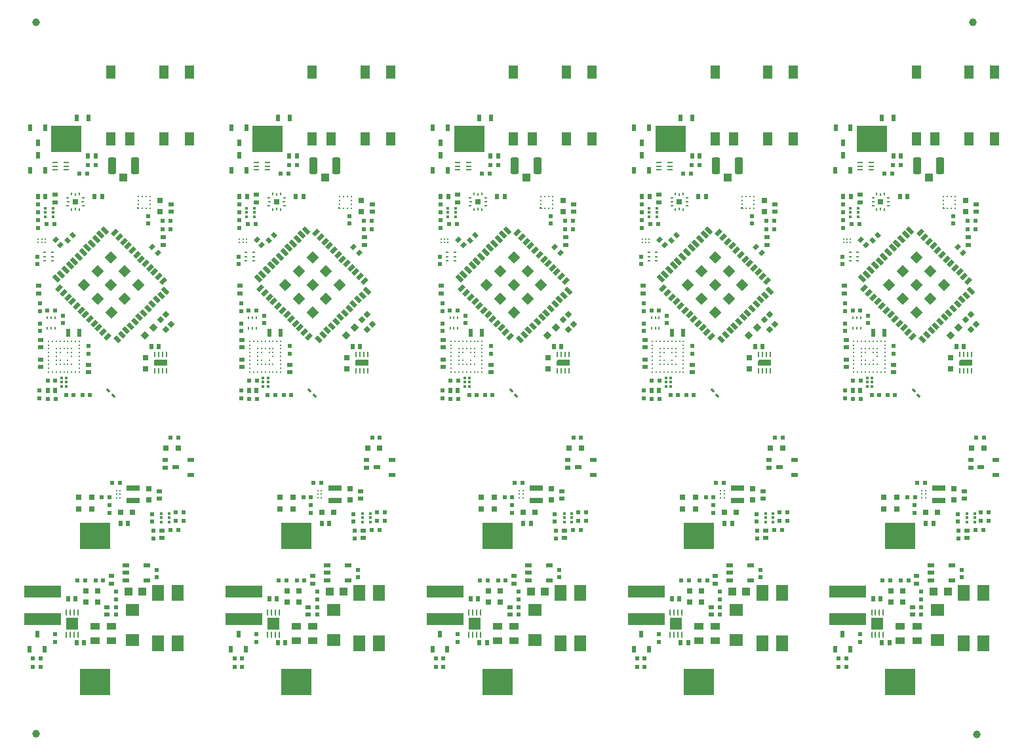
<source format=gbp>
G04*
G04 #@! TF.GenerationSoftware,Altium Limited,Altium Designer,20.0.13 (296)*
G04*
G04 Layer_Color=128*
%FSAX25Y25*%
%MOIN*%
G70*
G01*
G75*
%ADD10C,0.03937*%
%ADD26C,0.00787*%
G04:AMPARAMS|DCode=28|XSize=41.34mil|YSize=86.61mil|CornerRadius=10.34mil|HoleSize=0mil|Usage=FLASHONLY|Rotation=0.000|XOffset=0mil|YOffset=0mil|HoleType=Round|Shape=RoundedRectangle|*
%AMROUNDEDRECTD28*
21,1,0.04134,0.06594,0,0,0.0*
21,1,0.02067,0.08661,0,0,0.0*
1,1,0.02067,0.01034,-0.03297*
1,1,0.02067,-0.01034,-0.03297*
1,1,0.02067,-0.01034,0.03297*
1,1,0.02067,0.01034,0.03297*
%
%ADD28ROUNDEDRECTD28*%
%ADD29R,0.03937X0.03937*%
%ADD30R,0.02362X0.03543*%
G04:AMPARAMS|DCode=31|XSize=24.41mil|YSize=22.44mil|CornerRadius=0mil|HoleSize=0mil|Usage=FLASHONLY|Rotation=315.000|XOffset=0mil|YOffset=0mil|HoleType=Round|Shape=Rectangle|*
%AMROTATEDRECTD31*
4,1,4,-0.01656,0.00070,-0.00070,0.01656,0.01656,-0.00070,0.00070,-0.01656,-0.01656,0.00070,0.0*
%
%ADD31ROTATEDRECTD31*%

%ADD32R,0.01968X0.02362*%
%ADD33R,0.15748X0.13780*%
G04:AMPARAMS|DCode=35|XSize=9.84mil|YSize=33.47mil|CornerRadius=2.46mil|HoleSize=0mil|Usage=FLASHONLY|Rotation=180.000|XOffset=0mil|YOffset=0mil|HoleType=Round|Shape=RoundedRectangle|*
%AMROUNDEDRECTD35*
21,1,0.00984,0.02854,0,0,180.0*
21,1,0.00492,0.03347,0,0,180.0*
1,1,0.00492,-0.00246,0.01427*
1,1,0.00492,0.00246,0.01427*
1,1,0.00492,0.00246,-0.01427*
1,1,0.00492,-0.00246,-0.01427*
%
%ADD35ROUNDEDRECTD35*%
%ADD36R,0.02362X0.02520*%
%ADD37R,0.01181X0.01181*%
%ADD39R,0.03150X0.03150*%
%ADD40R,0.02520X0.02362*%
%ADD41R,0.05118X0.07087*%
%ADD42R,0.05118X0.03543*%
%ADD43R,0.06614X0.05984*%
%ADD44R,0.02362X0.01968*%
%ADD45R,0.03150X0.03150*%
%ADD46R,0.06102X0.08268*%
%ADD47R,0.03740X0.01890*%
%ADD48P,0.04454X4X270.0*%
G04:AMPARAMS|DCode=53|XSize=25.2mil|YSize=23.62mil|CornerRadius=0mil|HoleSize=0mil|Usage=FLASHONLY|Rotation=135.000|XOffset=0mil|YOffset=0mil|HoleType=Round|Shape=Rectangle|*
%AMROTATEDRECTD53*
4,1,4,0.01726,-0.00056,0.00056,-0.01726,-0.01726,0.00056,-0.00056,0.01726,0.01726,-0.00056,0.0*
%
%ADD53ROTATEDRECTD53*%

%ADD55R,0.01575X0.01181*%
G04:AMPARAMS|DCode=58|XSize=24.41mil|YSize=22.44mil|CornerRadius=0mil|HoleSize=0mil|Usage=FLASHONLY|Rotation=225.000|XOffset=0mil|YOffset=0mil|HoleType=Round|Shape=Rectangle|*
%AMROTATEDRECTD58*
4,1,4,0.00070,0.01656,0.01656,0.00070,-0.00070,-0.01656,-0.01656,-0.00070,0.00070,0.01656,0.0*
%
%ADD58ROTATEDRECTD58*%

%ADD60R,0.01890X0.03740*%
%ADD61R,0.05906X0.06299*%
%ADD62R,0.18504X0.05906*%
G04:AMPARAMS|DCode=66|XSize=23.62mil|YSize=19.68mil|CornerRadius=0mil|HoleSize=0mil|Usage=FLASHONLY|Rotation=225.000|XOffset=0mil|YOffset=0mil|HoleType=Round|Shape=Rectangle|*
%AMROTATEDRECTD66*
4,1,4,0.00139,0.01531,0.01531,0.00139,-0.00139,-0.01531,-0.01531,-0.00139,0.00139,0.01531,0.0*
%
%ADD66ROTATEDRECTD66*%

%ADD67R,0.01968X0.01968*%
G04:AMPARAMS|DCode=68|XSize=13.78mil|YSize=19.68mil|CornerRadius=0mil|HoleSize=0mil|Usage=FLASHONLY|Rotation=225.000|XOffset=0mil|YOffset=0mil|HoleType=Round|Shape=Rectangle|*
%AMROTATEDRECTD68*
4,1,4,-0.00209,0.01183,0.01183,-0.00209,0.00209,-0.01183,-0.01183,0.00209,-0.00209,0.01183,0.0*
%
%ADD68ROTATEDRECTD68*%

%ADD69R,0.06693X0.02756*%
G04:AMPARAMS|DCode=139|XSize=37.4mil|YSize=19.29mil|CornerRadius=0mil|HoleSize=0mil|Usage=FLASHONLY|Rotation=45.000|XOffset=0mil|YOffset=0mil|HoleType=Round|Shape=Rectangle|*
%AMROTATEDRECTD139*
4,1,4,-0.00640,-0.02004,-0.02004,-0.00640,0.00640,0.02004,0.02004,0.00640,-0.00640,-0.02004,0.0*
%
%ADD139ROTATEDRECTD139*%

G04:AMPARAMS|DCode=140|XSize=37.8mil|YSize=19.68mil|CornerRadius=0mil|HoleSize=0mil|Usage=FLASHONLY|Rotation=135.000|XOffset=0mil|YOffset=0mil|HoleType=Round|Shape=Rectangle|*
%AMROTATEDRECTD140*
4,1,4,0.02032,-0.00640,0.00640,-0.02032,-0.02032,0.00640,-0.00640,0.02032,0.02032,-0.00640,0.0*
%
%ADD140ROTATEDRECTD140*%

G04:AMPARAMS|DCode=141|XSize=37.4mil|YSize=19.29mil|CornerRadius=0mil|HoleSize=0mil|Usage=FLASHONLY|Rotation=135.000|XOffset=0mil|YOffset=0mil|HoleType=Round|Shape=Rectangle|*
%AMROTATEDRECTD141*
4,1,4,0.02004,-0.00640,0.00640,-0.02004,-0.02004,0.00640,-0.00640,0.02004,0.02004,-0.00640,0.0*
%
%ADD141ROTATEDRECTD141*%

G04:AMPARAMS|DCode=142|XSize=37.4mil|YSize=19.29mil|CornerRadius=0mil|HoleSize=0mil|Usage=FLASHONLY|Rotation=135.000|XOffset=0mil|YOffset=0mil|HoleType=Round|Shape=Rectangle|*
%AMROTATEDRECTD142*
4,1,4,0.02004,-0.00640,0.00640,-0.02004,-0.02004,0.00640,-0.00640,0.02004,0.02004,-0.00640,0.0*
%
%ADD142ROTATEDRECTD142*%

%ADD143R,0.00984X0.02559*%
%ADD144R,0.00945X0.00945*%
%ADD145R,0.00945X0.00945*%
G04:AMPARAMS|DCode=146|XSize=43.31mil|YSize=43.31mil|CornerRadius=0mil|HoleSize=0mil|Usage=FLASHONLY|Rotation=135.000|XOffset=0mil|YOffset=0mil|HoleType=Round|Shape=RoundedRectangle|*
%AMROUNDEDRECTD146*
21,1,0.04331,0.04331,0,0,135.0*
21,1,0.04331,0.04331,0,0,135.0*
1,1,0.00000,0.00000,0.03062*
1,1,0.00000,0.03062,0.00000*
1,1,0.00000,0.00000,-0.03062*
1,1,0.00000,-0.03062,0.00000*
%
%ADD146ROUNDEDRECTD146*%
%ADD147P,0.06125X4X180.0*%
%ADD148R,0.01260X0.01654*%
%ADD149R,0.00984X0.01673*%
%ADD150R,0.01673X0.00984*%
%ADD151R,0.01772X0.00984*%
%ADD152R,0.02953X0.00984*%
%ADD153R,0.01968X0.03937*%
%ADD154R,0.00787X0.01378*%
G36*
X0509390Y0287864D02*
X0509390Y0287225D01*
X0508307D01*
Y0288209D01*
X0509045Y0288209D01*
X0509390Y0287864D01*
D02*
G37*
G36*
X0407028D02*
X0407027Y0287225D01*
X0405945D01*
Y0288209D01*
X0406683Y0288209D01*
X0407028Y0287864D01*
D02*
G37*
G36*
X0304665D02*
X0304665Y0287225D01*
X0303583D01*
Y0288209D01*
X0304321Y0288209D01*
X0304665Y0287864D01*
D02*
G37*
G36*
X0202303D02*
X0202303Y0287225D01*
X0201220D01*
Y0288209D01*
X0201958Y0288209D01*
X0202303Y0287864D01*
D02*
G37*
G36*
X0099941D02*
X0099941Y0287225D01*
X0098858D01*
Y0288209D01*
X0099596Y0288209D01*
X0099941Y0287864D01*
D02*
G37*
G36*
X0523623Y0207598D02*
X0516773Y0207594D01*
X0516772Y0210078D01*
X0517364Y0210668D01*
X0523623Y0210668D01*
X0523623Y0207598D01*
D02*
G37*
G36*
X0421261D02*
X0414411Y0207594D01*
X0414410Y0210078D01*
X0415002Y0210668D01*
X0421261Y0210668D01*
X0421261Y0207598D01*
D02*
G37*
G36*
X0318899D02*
X0312049Y0207594D01*
X0312048Y0210078D01*
X0312639Y0210668D01*
X0318899Y0210668D01*
X0318899Y0207598D01*
D02*
G37*
G36*
X0216536D02*
X0209686Y0207594D01*
X0209686Y0210078D01*
X0210277Y0210668D01*
X0216536Y0210668D01*
X0216536Y0207598D01*
D02*
G37*
G36*
X0114174D02*
X0107324Y0207594D01*
X0107324Y0210078D01*
X0107915Y0210668D01*
X0114174Y0210668D01*
X0114174Y0207598D01*
D02*
G37*
D10*
X0525669Y0020118D02*
D03*
X0047441Y0382323D02*
D03*
Y0020394D02*
D03*
X0523898Y0382441D02*
D03*
D26*
X0088484Y0140433D02*
D03*
Y0142205D02*
D03*
Y0143976D02*
D03*
X0090256Y0140433D02*
D03*
Y0142205D02*
D03*
Y0143976D02*
D03*
X0055748Y0204370D02*
D03*
X0057717D02*
D03*
X0059685D02*
D03*
X0061654D02*
D03*
X0063622D02*
D03*
X0065591D02*
D03*
X0067559D02*
D03*
X0069528D02*
D03*
Y0206339D02*
D03*
X0057717Y0208307D02*
D03*
X0059685D02*
D03*
X0061654D02*
D03*
X0063622D02*
D03*
X0065591D02*
D03*
X0069528D02*
D03*
X0057717Y0210276D02*
D03*
X0059685D02*
D03*
X0063622D02*
D03*
X0069528D02*
D03*
X0057717Y0212244D02*
D03*
X0065591D02*
D03*
X0069528D02*
D03*
X0057717Y0214213D02*
D03*
X0059685D02*
D03*
X0063622D02*
D03*
X0065591D02*
D03*
X0069528D02*
D03*
X0057717Y0216181D02*
D03*
X0059685D02*
D03*
X0061654D02*
D03*
X0063622D02*
D03*
X0065591D02*
D03*
X0069528D02*
D03*
Y0218150D02*
D03*
X0055748Y0220118D02*
D03*
X0057717D02*
D03*
X0059685D02*
D03*
X0061654D02*
D03*
X0063622D02*
D03*
X0065591D02*
D03*
X0067559D02*
D03*
X0069528D02*
D03*
X0053780Y0204370D02*
D03*
Y0206339D02*
D03*
Y0208307D02*
D03*
Y0210276D02*
D03*
Y0212244D02*
D03*
Y0214213D02*
D03*
Y0216181D02*
D03*
Y0218150D02*
D03*
Y0220118D02*
D03*
X0048583Y0271949D02*
D03*
Y0270177D02*
D03*
X0050354Y0271949D02*
D03*
Y0270177D02*
D03*
X0052126Y0271949D02*
D03*
Y0270177D02*
D03*
X0190846Y0140433D02*
D03*
Y0142205D02*
D03*
Y0143976D02*
D03*
X0192618Y0140433D02*
D03*
Y0142205D02*
D03*
Y0143976D02*
D03*
X0158110Y0204370D02*
D03*
X0160079D02*
D03*
X0162047D02*
D03*
X0164016D02*
D03*
X0165984D02*
D03*
X0167953D02*
D03*
X0169921D02*
D03*
X0171890D02*
D03*
Y0206339D02*
D03*
X0160079Y0208307D02*
D03*
X0162047D02*
D03*
X0164016D02*
D03*
X0165984D02*
D03*
X0167953D02*
D03*
X0171890D02*
D03*
X0160079Y0210276D02*
D03*
X0162047D02*
D03*
X0165984D02*
D03*
X0171890D02*
D03*
X0160079Y0212244D02*
D03*
X0167953D02*
D03*
X0171890D02*
D03*
X0160079Y0214213D02*
D03*
X0162047D02*
D03*
X0165984D02*
D03*
X0167953D02*
D03*
X0171890D02*
D03*
X0160079Y0216181D02*
D03*
X0162047D02*
D03*
X0164016D02*
D03*
X0165984D02*
D03*
X0167953D02*
D03*
X0171890D02*
D03*
Y0218150D02*
D03*
X0158110Y0220118D02*
D03*
X0160079D02*
D03*
X0162047D02*
D03*
X0164016D02*
D03*
X0165984D02*
D03*
X0167953D02*
D03*
X0169921D02*
D03*
X0171890D02*
D03*
X0156142Y0204370D02*
D03*
Y0206339D02*
D03*
Y0208307D02*
D03*
Y0210276D02*
D03*
Y0212244D02*
D03*
Y0214213D02*
D03*
Y0216181D02*
D03*
Y0218150D02*
D03*
Y0220118D02*
D03*
X0150945Y0271949D02*
D03*
Y0270177D02*
D03*
X0152717Y0271949D02*
D03*
Y0270177D02*
D03*
X0154488Y0271949D02*
D03*
Y0270177D02*
D03*
X0293209Y0140433D02*
D03*
Y0142205D02*
D03*
Y0143976D02*
D03*
X0294980Y0140433D02*
D03*
Y0142205D02*
D03*
Y0143976D02*
D03*
X0260472Y0204370D02*
D03*
X0262441D02*
D03*
X0264409D02*
D03*
X0266378D02*
D03*
X0268346D02*
D03*
X0270315D02*
D03*
X0272283D02*
D03*
X0274252D02*
D03*
Y0206339D02*
D03*
X0262441Y0208307D02*
D03*
X0264409D02*
D03*
X0266378D02*
D03*
X0268346D02*
D03*
X0270315D02*
D03*
X0274252D02*
D03*
X0262441Y0210276D02*
D03*
X0264409D02*
D03*
X0268346D02*
D03*
X0274252D02*
D03*
X0262441Y0212244D02*
D03*
X0270315D02*
D03*
X0274252D02*
D03*
X0262441Y0214213D02*
D03*
X0264409D02*
D03*
X0268346D02*
D03*
X0270315D02*
D03*
X0274252D02*
D03*
X0262441Y0216181D02*
D03*
X0264409D02*
D03*
X0266378D02*
D03*
X0268346D02*
D03*
X0270315D02*
D03*
X0274252D02*
D03*
Y0218150D02*
D03*
X0260472Y0220118D02*
D03*
X0262441D02*
D03*
X0264409D02*
D03*
X0266378D02*
D03*
X0268346D02*
D03*
X0270315D02*
D03*
X0272283D02*
D03*
X0274252D02*
D03*
X0258504Y0204370D02*
D03*
Y0206339D02*
D03*
Y0208307D02*
D03*
Y0210276D02*
D03*
Y0212244D02*
D03*
Y0214213D02*
D03*
Y0216181D02*
D03*
Y0218150D02*
D03*
Y0220118D02*
D03*
X0253307Y0271949D02*
D03*
Y0270177D02*
D03*
X0255079Y0271949D02*
D03*
Y0270177D02*
D03*
X0256850Y0271949D02*
D03*
Y0270177D02*
D03*
X0395571Y0140433D02*
D03*
Y0142205D02*
D03*
Y0143976D02*
D03*
X0397342Y0140433D02*
D03*
Y0142205D02*
D03*
Y0143976D02*
D03*
X0362835Y0204370D02*
D03*
X0364803D02*
D03*
X0366772D02*
D03*
X0368740D02*
D03*
X0370709D02*
D03*
X0372677D02*
D03*
X0374646D02*
D03*
X0376614D02*
D03*
Y0206339D02*
D03*
X0364803Y0208307D02*
D03*
X0366772D02*
D03*
X0368740D02*
D03*
X0370709D02*
D03*
X0372677D02*
D03*
X0376614D02*
D03*
X0364803Y0210276D02*
D03*
X0366772D02*
D03*
X0370709D02*
D03*
X0376614D02*
D03*
X0364803Y0212244D02*
D03*
X0372677D02*
D03*
X0376614D02*
D03*
X0364803Y0214213D02*
D03*
X0366772D02*
D03*
X0370709D02*
D03*
X0372677D02*
D03*
X0376614D02*
D03*
X0364803Y0216181D02*
D03*
X0366772D02*
D03*
X0368740D02*
D03*
X0370709D02*
D03*
X0372677D02*
D03*
X0376614D02*
D03*
Y0218150D02*
D03*
X0362835Y0220118D02*
D03*
X0364803D02*
D03*
X0366772D02*
D03*
X0368740D02*
D03*
X0370709D02*
D03*
X0372677D02*
D03*
X0374646D02*
D03*
X0376614D02*
D03*
X0360866Y0204370D02*
D03*
Y0206339D02*
D03*
Y0208307D02*
D03*
Y0210276D02*
D03*
Y0212244D02*
D03*
Y0214213D02*
D03*
Y0216181D02*
D03*
Y0218150D02*
D03*
Y0220118D02*
D03*
X0355669Y0271949D02*
D03*
Y0270177D02*
D03*
X0357441Y0271949D02*
D03*
Y0270177D02*
D03*
X0359213Y0271949D02*
D03*
Y0270177D02*
D03*
X0497933Y0140433D02*
D03*
Y0142205D02*
D03*
Y0143976D02*
D03*
X0499705Y0140433D02*
D03*
Y0142205D02*
D03*
Y0143976D02*
D03*
X0465197Y0204370D02*
D03*
X0467165D02*
D03*
X0469134D02*
D03*
X0471102D02*
D03*
X0473071D02*
D03*
X0475039D02*
D03*
X0477008D02*
D03*
X0478976D02*
D03*
Y0206339D02*
D03*
X0467165Y0208307D02*
D03*
X0469134D02*
D03*
X0471102D02*
D03*
X0473071D02*
D03*
X0475039D02*
D03*
X0478976D02*
D03*
X0467165Y0210276D02*
D03*
X0469134D02*
D03*
X0473071D02*
D03*
X0478976D02*
D03*
X0467165Y0212244D02*
D03*
X0475039D02*
D03*
X0478976D02*
D03*
X0467165Y0214213D02*
D03*
X0469134D02*
D03*
X0473071D02*
D03*
X0475039D02*
D03*
X0478976D02*
D03*
X0467165Y0216181D02*
D03*
X0469134D02*
D03*
X0471102D02*
D03*
X0473071D02*
D03*
X0475039D02*
D03*
X0478976D02*
D03*
Y0218150D02*
D03*
X0465197Y0220118D02*
D03*
X0467165D02*
D03*
X0469134D02*
D03*
X0471102D02*
D03*
X0473071D02*
D03*
X0475039D02*
D03*
X0477008D02*
D03*
X0478976D02*
D03*
X0463228Y0204370D02*
D03*
Y0206339D02*
D03*
Y0208307D02*
D03*
Y0210276D02*
D03*
Y0212244D02*
D03*
Y0214213D02*
D03*
Y0216181D02*
D03*
Y0218150D02*
D03*
Y0220118D02*
D03*
X0458032Y0271949D02*
D03*
Y0270177D02*
D03*
X0459803Y0271949D02*
D03*
Y0270177D02*
D03*
X0461575Y0271949D02*
D03*
Y0270177D02*
D03*
D28*
X0097777Y0309170D02*
D03*
X0086162D02*
D03*
X0200139D02*
D03*
X0188524D02*
D03*
X0302501D02*
D03*
X0290887D02*
D03*
X0404863D02*
D03*
X0393249D02*
D03*
X0507225D02*
D03*
X0495611D02*
D03*
D29*
X0091969Y0303264D02*
D03*
X0101536Y0092558D02*
D03*
X0094450D02*
D03*
X0194332Y0303264D02*
D03*
X0203899Y0092558D02*
D03*
X0196812D02*
D03*
X0296694Y0303264D02*
D03*
X0306261Y0092558D02*
D03*
X0299174D02*
D03*
X0399056Y0303264D02*
D03*
X0408623Y0092558D02*
D03*
X0401536D02*
D03*
X0501418Y0303264D02*
D03*
X0510985Y0092558D02*
D03*
X0503898D02*
D03*
D30*
X0068151Y0333779D02*
D03*
X0074056D02*
D03*
X0170513D02*
D03*
X0176418D02*
D03*
X0272875D02*
D03*
X0278780D02*
D03*
X0375237D02*
D03*
X0381143D02*
D03*
X0477599D02*
D03*
X0483505D02*
D03*
D31*
X0066113Y0274024D02*
D03*
X0063496Y0271407D02*
D03*
X0168475Y0274024D02*
D03*
X0165858Y0271407D02*
D03*
X0270837Y0274024D02*
D03*
X0268220Y0271407D02*
D03*
X0373199Y0274024D02*
D03*
X0370582Y0271407D02*
D03*
X0475561Y0274024D02*
D03*
X0472944Y0271407D02*
D03*
D32*
X0057402Y0190511D02*
D03*
X0053465D02*
D03*
X0115710Y0276928D02*
D03*
X0111773D02*
D03*
X0077678Y0309802D02*
D03*
X0073741D02*
D03*
X0115962Y0171109D02*
D03*
X0119899D02*
D03*
X0056693Y0279528D02*
D03*
X0052756D02*
D03*
X0111773Y0281180D02*
D03*
X0115710D02*
D03*
X0073308Y0305472D02*
D03*
X0069371D02*
D03*
X0077639Y0098385D02*
D03*
X0081576D02*
D03*
X0068426Y0098346D02*
D03*
X0072363D02*
D03*
X0045946Y0054231D02*
D03*
X0049883D02*
D03*
X0045946Y0058523D02*
D03*
X0049883D02*
D03*
X0119686Y0123857D02*
D03*
X0115749D02*
D03*
X0118505Y0132952D02*
D03*
X0122442D02*
D03*
X0053228Y0235551D02*
D03*
X0057165D02*
D03*
X0118505Y0128621D02*
D03*
X0122442D02*
D03*
X0057284Y0200000D02*
D03*
X0053347D02*
D03*
X0062913Y0192755D02*
D03*
X0066614D02*
D03*
X0070984D02*
D03*
X0074764D02*
D03*
X0086182Y0147834D02*
D03*
X0090119D02*
D03*
X0084883Y0140668D02*
D03*
X0080946D02*
D03*
X0159765Y0190511D02*
D03*
X0155828D02*
D03*
X0218072Y0276928D02*
D03*
X0214135D02*
D03*
X0180040Y0309802D02*
D03*
X0176103D02*
D03*
X0218324Y0171109D02*
D03*
X0222261D02*
D03*
X0159055Y0279528D02*
D03*
X0155118D02*
D03*
X0214135Y0281180D02*
D03*
X0218072D02*
D03*
X0175670Y0305472D02*
D03*
X0171733D02*
D03*
X0180001Y0098385D02*
D03*
X0183938D02*
D03*
X0170788Y0098346D02*
D03*
X0174725D02*
D03*
X0148308Y0054231D02*
D03*
X0152245D02*
D03*
X0148308Y0058523D02*
D03*
X0152245D02*
D03*
X0222048Y0123857D02*
D03*
X0218111D02*
D03*
X0220867Y0132952D02*
D03*
X0224804D02*
D03*
X0155591Y0235551D02*
D03*
X0159528D02*
D03*
X0220867Y0128621D02*
D03*
X0224804D02*
D03*
X0159646Y0200000D02*
D03*
X0155709D02*
D03*
X0165276Y0192755D02*
D03*
X0168976D02*
D03*
X0173346D02*
D03*
X0177126D02*
D03*
X0188544Y0147834D02*
D03*
X0192481D02*
D03*
X0187245Y0140668D02*
D03*
X0183308D02*
D03*
X0262127Y0190511D02*
D03*
X0258190D02*
D03*
X0320434Y0276928D02*
D03*
X0316497D02*
D03*
X0282402Y0309802D02*
D03*
X0278466D02*
D03*
X0320686Y0171109D02*
D03*
X0324623D02*
D03*
X0261417Y0279528D02*
D03*
X0257480D02*
D03*
X0316497Y0281180D02*
D03*
X0320434D02*
D03*
X0278032Y0305472D02*
D03*
X0274095D02*
D03*
X0282363Y0098385D02*
D03*
X0286300D02*
D03*
X0273150Y0098346D02*
D03*
X0277087D02*
D03*
X0250670Y0054231D02*
D03*
X0254607D02*
D03*
X0250670Y0058523D02*
D03*
X0254607D02*
D03*
X0324410Y0123857D02*
D03*
X0320473D02*
D03*
X0323229Y0132952D02*
D03*
X0327166D02*
D03*
X0257953Y0235551D02*
D03*
X0261890D02*
D03*
X0323229Y0128621D02*
D03*
X0327166D02*
D03*
X0262008Y0200000D02*
D03*
X0258071D02*
D03*
X0267638Y0192755D02*
D03*
X0271339D02*
D03*
X0275709D02*
D03*
X0279488D02*
D03*
X0290906Y0147834D02*
D03*
X0294843D02*
D03*
X0289607Y0140668D02*
D03*
X0285670D02*
D03*
X0364489Y0190511D02*
D03*
X0360552D02*
D03*
X0422796Y0276928D02*
D03*
X0418859D02*
D03*
X0384765Y0309802D02*
D03*
X0380828D02*
D03*
X0423048Y0171109D02*
D03*
X0426985D02*
D03*
X0363779Y0279528D02*
D03*
X0359842D02*
D03*
X0418859Y0281180D02*
D03*
X0422796D02*
D03*
X0380395Y0305472D02*
D03*
X0376458D02*
D03*
X0384725Y0098385D02*
D03*
X0388662D02*
D03*
X0375513Y0098346D02*
D03*
X0379450D02*
D03*
X0353032Y0054231D02*
D03*
X0356969D02*
D03*
X0353032Y0058523D02*
D03*
X0356969D02*
D03*
X0426772Y0123857D02*
D03*
X0422835D02*
D03*
X0425591Y0132952D02*
D03*
X0429528D02*
D03*
X0360315Y0235551D02*
D03*
X0364252D02*
D03*
X0425591Y0128621D02*
D03*
X0429528D02*
D03*
X0364370Y0200000D02*
D03*
X0360433D02*
D03*
X0370000Y0192755D02*
D03*
X0373701D02*
D03*
X0378071D02*
D03*
X0381850D02*
D03*
X0393269Y0147834D02*
D03*
X0397206D02*
D03*
X0391969Y0140668D02*
D03*
X0388032D02*
D03*
X0466851Y0190511D02*
D03*
X0462914D02*
D03*
X0525158Y0276928D02*
D03*
X0521221D02*
D03*
X0487127Y0309802D02*
D03*
X0483190D02*
D03*
X0525410Y0171109D02*
D03*
X0529347D02*
D03*
X0466142Y0279528D02*
D03*
X0462205D02*
D03*
X0521221Y0281180D02*
D03*
X0525158D02*
D03*
X0482757Y0305472D02*
D03*
X0478820D02*
D03*
X0487087Y0098385D02*
D03*
X0491024D02*
D03*
X0477875Y0098346D02*
D03*
X0481812D02*
D03*
X0455395Y0054231D02*
D03*
X0459332D02*
D03*
X0455395Y0058523D02*
D03*
X0459332D02*
D03*
X0529135Y0123857D02*
D03*
X0525198D02*
D03*
X0527954Y0132952D02*
D03*
X0531891D02*
D03*
X0462677Y0235551D02*
D03*
X0466614D02*
D03*
X0527954Y0128621D02*
D03*
X0531891D02*
D03*
X0466732Y0200000D02*
D03*
X0462795D02*
D03*
X0472362Y0192755D02*
D03*
X0476063D02*
D03*
X0480433D02*
D03*
X0484213D02*
D03*
X0495631Y0147834D02*
D03*
X0499568D02*
D03*
X0494332Y0140668D02*
D03*
X0490395D02*
D03*
D33*
X0077363Y0121101D02*
D03*
X0062913Y0323032D02*
D03*
X0077363Y0046772D02*
D03*
X0179725Y0121101D02*
D03*
X0165276Y0323032D02*
D03*
X0179725Y0046772D02*
D03*
X0282087Y0121101D02*
D03*
X0267638Y0323032D02*
D03*
X0282087Y0046772D02*
D03*
X0384450Y0121101D02*
D03*
X0370000Y0323032D02*
D03*
X0384450Y0046772D02*
D03*
X0486812Y0121101D02*
D03*
X0472362Y0323032D02*
D03*
X0486812Y0046772D02*
D03*
D35*
X0066812Y0070590D02*
D03*
X0068780Y0082007D02*
D03*
X0066812D02*
D03*
X0064843D02*
D03*
X0062875D02*
D03*
Y0070590D02*
D03*
X0064843D02*
D03*
X0068780D02*
D03*
X0169174D02*
D03*
X0171143Y0082007D02*
D03*
X0169174D02*
D03*
X0167206D02*
D03*
X0165237D02*
D03*
Y0070590D02*
D03*
X0167206D02*
D03*
X0171143D02*
D03*
X0271536D02*
D03*
X0273505Y0082007D02*
D03*
X0271536D02*
D03*
X0269568D02*
D03*
X0267599D02*
D03*
Y0070590D02*
D03*
X0269568D02*
D03*
X0273505D02*
D03*
X0373899D02*
D03*
X0375867Y0082007D02*
D03*
X0373899D02*
D03*
X0371930D02*
D03*
X0369962D02*
D03*
Y0070590D02*
D03*
X0371930D02*
D03*
X0375867D02*
D03*
X0476261D02*
D03*
X0478229Y0082007D02*
D03*
X0476261D02*
D03*
X0474292D02*
D03*
X0472324D02*
D03*
Y0070590D02*
D03*
X0474292D02*
D03*
X0478229D02*
D03*
D36*
X0081182Y0293818D02*
D03*
X0077206D02*
D03*
X0048504Y0293780D02*
D03*
X0052284D02*
D03*
X0077678Y0314212D02*
D03*
X0073899D02*
D03*
X0068151Y0066574D02*
D03*
X0071930D02*
D03*
X0063662Y0088857D02*
D03*
X0067442D02*
D03*
X0105985Y0217283D02*
D03*
X0109765D02*
D03*
X0053387Y0194920D02*
D03*
X0057166D02*
D03*
X0094253Y0127479D02*
D03*
X0090473D02*
D03*
X0183544Y0293818D02*
D03*
X0179568D02*
D03*
X0150866Y0293780D02*
D03*
X0154646D02*
D03*
X0180040Y0314212D02*
D03*
X0176261D02*
D03*
X0170513Y0066574D02*
D03*
X0174292D02*
D03*
X0166024Y0088857D02*
D03*
X0169804D02*
D03*
X0208347Y0217283D02*
D03*
X0212127D02*
D03*
X0155749Y0194920D02*
D03*
X0159529D02*
D03*
X0196615Y0127479D02*
D03*
X0192835D02*
D03*
X0285906Y0293818D02*
D03*
X0281930D02*
D03*
X0253228Y0293780D02*
D03*
X0257008D02*
D03*
X0282402Y0314212D02*
D03*
X0278623D02*
D03*
X0272875Y0066574D02*
D03*
X0276654D02*
D03*
X0268387Y0088857D02*
D03*
X0272166D02*
D03*
X0310710Y0217283D02*
D03*
X0314489D02*
D03*
X0258111Y0194920D02*
D03*
X0261891D02*
D03*
X0298977Y0127479D02*
D03*
X0295198D02*
D03*
X0388269Y0293818D02*
D03*
X0384292D02*
D03*
X0355591Y0293780D02*
D03*
X0359370D02*
D03*
X0384765Y0314212D02*
D03*
X0380985D02*
D03*
X0375237Y0066574D02*
D03*
X0379017D02*
D03*
X0370749Y0088857D02*
D03*
X0374528D02*
D03*
X0413072Y0217283D02*
D03*
X0416851D02*
D03*
X0360473Y0194920D02*
D03*
X0364253D02*
D03*
X0401339Y0127479D02*
D03*
X0397560D02*
D03*
X0490631Y0293818D02*
D03*
X0486654D02*
D03*
X0457953Y0293780D02*
D03*
X0461732D02*
D03*
X0487127Y0314212D02*
D03*
X0483347D02*
D03*
X0477599Y0066574D02*
D03*
X0481379D02*
D03*
X0473111Y0088857D02*
D03*
X0476891D02*
D03*
X0515434Y0217283D02*
D03*
X0519213D02*
D03*
X0462836Y0194920D02*
D03*
X0466615D02*
D03*
X0503702Y0127479D02*
D03*
X0499922D02*
D03*
D37*
X0062953Y0201378D02*
D03*
Y0199213D02*
D03*
Y0197047D02*
D03*
X0060591D02*
D03*
Y0199213D02*
D03*
Y0201378D02*
D03*
X0165315D02*
D03*
Y0199213D02*
D03*
Y0197047D02*
D03*
X0162953D02*
D03*
Y0199213D02*
D03*
Y0201378D02*
D03*
X0267677D02*
D03*
Y0199213D02*
D03*
Y0197047D02*
D03*
X0265315D02*
D03*
Y0199213D02*
D03*
Y0201378D02*
D03*
X0370039D02*
D03*
Y0199213D02*
D03*
Y0197047D02*
D03*
X0367677D02*
D03*
Y0199213D02*
D03*
Y0201378D02*
D03*
X0472402D02*
D03*
Y0199213D02*
D03*
Y0197047D02*
D03*
X0470039D02*
D03*
Y0199213D02*
D03*
Y0201378D02*
D03*
D39*
X0110591Y0285906D02*
D03*
Y0291811D02*
D03*
X0103072Y0205905D02*
D03*
Y0211810D02*
D03*
X0078741Y0093109D02*
D03*
Y0087204D02*
D03*
X0072757Y0093149D02*
D03*
Y0087243D02*
D03*
X0104804Y0139251D02*
D03*
Y0145157D02*
D03*
X0069056Y0140590D02*
D03*
Y0134684D02*
D03*
X0075670Y0140629D02*
D03*
Y0134723D02*
D03*
X0212953Y0285906D02*
D03*
Y0291811D02*
D03*
X0205434Y0205905D02*
D03*
Y0211810D02*
D03*
X0181103Y0093109D02*
D03*
Y0087204D02*
D03*
X0175119Y0093149D02*
D03*
Y0087243D02*
D03*
X0207166Y0139251D02*
D03*
Y0145157D02*
D03*
X0171418Y0140590D02*
D03*
Y0134684D02*
D03*
X0178032Y0140629D02*
D03*
Y0134723D02*
D03*
X0315315Y0285906D02*
D03*
Y0291811D02*
D03*
X0307796Y0205905D02*
D03*
Y0211810D02*
D03*
X0283466Y0093109D02*
D03*
Y0087204D02*
D03*
X0277481Y0093149D02*
D03*
Y0087243D02*
D03*
X0309528Y0139251D02*
D03*
Y0145157D02*
D03*
X0273780Y0140590D02*
D03*
Y0134684D02*
D03*
X0280395Y0140629D02*
D03*
Y0134723D02*
D03*
X0417677Y0285906D02*
D03*
Y0291811D02*
D03*
X0410158Y0205905D02*
D03*
Y0211810D02*
D03*
X0385828Y0093109D02*
D03*
Y0087204D02*
D03*
X0379843Y0093149D02*
D03*
Y0087243D02*
D03*
X0411891Y0139251D02*
D03*
Y0145157D02*
D03*
X0376143Y0140590D02*
D03*
Y0134684D02*
D03*
X0382757Y0140629D02*
D03*
Y0134723D02*
D03*
X0520039Y0285906D02*
D03*
Y0291811D02*
D03*
X0512521Y0205905D02*
D03*
Y0211810D02*
D03*
X0488190Y0093109D02*
D03*
Y0087204D02*
D03*
X0482206Y0093149D02*
D03*
Y0087243D02*
D03*
X0514253Y0139251D02*
D03*
Y0145157D02*
D03*
X0478505Y0140590D02*
D03*
Y0134684D02*
D03*
X0485119Y0140629D02*
D03*
Y0134723D02*
D03*
D40*
X0116181Y0289724D02*
D03*
Y0285945D02*
D03*
X0083584Y0080944D02*
D03*
Y0084724D02*
D03*
X0085828Y0100550D02*
D03*
Y0096771D02*
D03*
X0057087Y0290747D02*
D03*
Y0294527D02*
D03*
X0048898Y0244409D02*
D03*
Y0248189D02*
D03*
X0112088Y0272834D02*
D03*
Y0269054D02*
D03*
X0049906Y0220794D02*
D03*
Y0217015D02*
D03*
X0111497Y0119960D02*
D03*
Y0123739D02*
D03*
X0074016Y0204252D02*
D03*
Y0208032D02*
D03*
X0049902Y0207007D02*
D03*
Y0210787D02*
D03*
X0113190Y0159566D02*
D03*
Y0155787D02*
D03*
X0110119Y0139842D02*
D03*
Y0143621D02*
D03*
X0218543Y0289724D02*
D03*
Y0285945D02*
D03*
X0185946Y0080944D02*
D03*
Y0084724D02*
D03*
X0188190Y0100550D02*
D03*
Y0096771D02*
D03*
X0159450Y0290747D02*
D03*
Y0294527D02*
D03*
X0151260Y0244409D02*
D03*
Y0248189D02*
D03*
X0214450Y0272834D02*
D03*
Y0269054D02*
D03*
X0152269Y0220794D02*
D03*
Y0217015D02*
D03*
X0213859Y0119960D02*
D03*
Y0123739D02*
D03*
X0176378Y0204252D02*
D03*
Y0208032D02*
D03*
X0152265Y0207007D02*
D03*
Y0210787D02*
D03*
X0215552Y0159566D02*
D03*
Y0155787D02*
D03*
X0212481Y0139842D02*
D03*
Y0143621D02*
D03*
X0320905Y0289724D02*
D03*
Y0285945D02*
D03*
X0288308Y0080944D02*
D03*
Y0084724D02*
D03*
X0290552Y0100550D02*
D03*
Y0096771D02*
D03*
X0261812Y0290747D02*
D03*
Y0294527D02*
D03*
X0253622Y0244409D02*
D03*
Y0248189D02*
D03*
X0316812Y0272834D02*
D03*
Y0269054D02*
D03*
X0254631Y0220794D02*
D03*
Y0217015D02*
D03*
X0316221Y0119960D02*
D03*
Y0123739D02*
D03*
X0278740Y0204252D02*
D03*
Y0208032D02*
D03*
X0254627Y0207007D02*
D03*
Y0210787D02*
D03*
X0317914Y0159566D02*
D03*
Y0155787D02*
D03*
X0314843Y0139842D02*
D03*
Y0143621D02*
D03*
X0423268Y0289724D02*
D03*
Y0285945D02*
D03*
X0390670Y0080944D02*
D03*
Y0084724D02*
D03*
X0392914Y0100550D02*
D03*
Y0096771D02*
D03*
X0364174Y0290747D02*
D03*
Y0294527D02*
D03*
X0355984Y0244409D02*
D03*
Y0248189D02*
D03*
X0419174Y0272834D02*
D03*
Y0269054D02*
D03*
X0356993Y0220794D02*
D03*
Y0217015D02*
D03*
X0418584Y0119960D02*
D03*
Y0123739D02*
D03*
X0381102Y0204252D02*
D03*
Y0208032D02*
D03*
X0356989Y0207007D02*
D03*
Y0210787D02*
D03*
X0420276Y0159566D02*
D03*
Y0155787D02*
D03*
X0417206Y0139842D02*
D03*
Y0143621D02*
D03*
X0525630Y0289724D02*
D03*
Y0285945D02*
D03*
X0493032Y0080944D02*
D03*
Y0084724D02*
D03*
X0495276Y0100550D02*
D03*
Y0096771D02*
D03*
X0466536Y0290747D02*
D03*
Y0294527D02*
D03*
X0458346Y0244409D02*
D03*
Y0248189D02*
D03*
X0521536Y0272834D02*
D03*
Y0269054D02*
D03*
X0459355Y0220794D02*
D03*
Y0217015D02*
D03*
X0520946Y0119960D02*
D03*
Y0123739D02*
D03*
X0483464Y0204252D02*
D03*
Y0208032D02*
D03*
X0459351Y0207007D02*
D03*
Y0210787D02*
D03*
X0522639Y0159566D02*
D03*
Y0155787D02*
D03*
X0519568Y0139842D02*
D03*
Y0143621D02*
D03*
D41*
X0085551Y0323071D02*
D03*
X0095000D02*
D03*
X0112323D02*
D03*
X0125315D02*
D03*
X0085551Y0356929D02*
D03*
X0125315D02*
D03*
X0112323D02*
D03*
X0187913Y0323071D02*
D03*
X0197362D02*
D03*
X0214685D02*
D03*
X0227677D02*
D03*
X0187913Y0356929D02*
D03*
X0227677D02*
D03*
X0214685D02*
D03*
X0290276Y0323071D02*
D03*
X0299724D02*
D03*
X0317047D02*
D03*
X0330039D02*
D03*
X0290276Y0356929D02*
D03*
X0330039D02*
D03*
X0317047D02*
D03*
X0392638Y0323071D02*
D03*
X0402087D02*
D03*
X0419409D02*
D03*
X0432402D02*
D03*
X0392638Y0356929D02*
D03*
X0432402D02*
D03*
X0419409D02*
D03*
X0495000Y0323071D02*
D03*
X0504449D02*
D03*
X0521772D02*
D03*
X0534764D02*
D03*
X0495000Y0356929D02*
D03*
X0534764D02*
D03*
X0521772D02*
D03*
D42*
X0085867Y0075117D02*
D03*
Y0067637D02*
D03*
X0077403Y0075078D02*
D03*
Y0067598D02*
D03*
X0188229Y0075117D02*
D03*
Y0067637D02*
D03*
X0179765Y0075078D02*
D03*
Y0067598D02*
D03*
X0290591Y0075117D02*
D03*
Y0067637D02*
D03*
X0282127Y0075078D02*
D03*
Y0067598D02*
D03*
X0392954Y0075117D02*
D03*
Y0067637D02*
D03*
X0384489Y0075078D02*
D03*
Y0067598D02*
D03*
X0495316Y0075117D02*
D03*
Y0067637D02*
D03*
X0486851Y0075078D02*
D03*
Y0067598D02*
D03*
D43*
X0096418Y0067932D02*
D03*
Y0083405D02*
D03*
X0198780Y0067932D02*
D03*
Y0083405D02*
D03*
X0301143Y0067932D02*
D03*
Y0083405D02*
D03*
X0403505Y0067932D02*
D03*
Y0083405D02*
D03*
X0505867Y0067932D02*
D03*
Y0083405D02*
D03*
D44*
X0108702Y0099881D02*
D03*
Y0103818D02*
D03*
X0087993Y0092637D02*
D03*
Y0088700D02*
D03*
Y0084802D02*
D03*
Y0080865D02*
D03*
X0048504Y0277677D02*
D03*
Y0281614D02*
D03*
X0048110Y0263150D02*
D03*
Y0259213D02*
D03*
X0048504Y0289528D02*
D03*
Y0285591D02*
D03*
X0104410Y0279842D02*
D03*
Y0283779D02*
D03*
X0057087Y0070944D02*
D03*
Y0067007D02*
D03*
X0106576Y0128188D02*
D03*
Y0132125D02*
D03*
X0107127Y0123739D02*
D03*
Y0119802D02*
D03*
X0074016Y0217559D02*
D03*
Y0213622D02*
D03*
X0061102Y0229173D02*
D03*
Y0233110D02*
D03*
X0049370Y0235354D02*
D03*
Y0239291D02*
D03*
Y0229134D02*
D03*
Y0225197D02*
D03*
X0049292Y0190944D02*
D03*
Y0194881D02*
D03*
X0084804Y0136574D02*
D03*
Y0132637D02*
D03*
X0211064Y0099881D02*
D03*
Y0103818D02*
D03*
X0190355Y0092637D02*
D03*
Y0088700D02*
D03*
Y0084802D02*
D03*
Y0080865D02*
D03*
X0150866Y0277677D02*
D03*
Y0281614D02*
D03*
X0150472Y0263150D02*
D03*
Y0259213D02*
D03*
X0150866Y0289528D02*
D03*
Y0285591D02*
D03*
X0206773Y0279842D02*
D03*
Y0283779D02*
D03*
X0159450Y0070944D02*
D03*
Y0067007D02*
D03*
X0208938Y0128188D02*
D03*
Y0132125D02*
D03*
X0209489Y0123739D02*
D03*
Y0119802D02*
D03*
X0176378Y0217559D02*
D03*
Y0213622D02*
D03*
X0163465Y0229173D02*
D03*
Y0233110D02*
D03*
X0151732Y0235354D02*
D03*
Y0239291D02*
D03*
Y0229134D02*
D03*
Y0225197D02*
D03*
X0151654Y0190944D02*
D03*
Y0194881D02*
D03*
X0187166Y0136574D02*
D03*
Y0132637D02*
D03*
X0313426Y0099881D02*
D03*
Y0103818D02*
D03*
X0292717Y0092637D02*
D03*
Y0088700D02*
D03*
Y0084802D02*
D03*
Y0080865D02*
D03*
X0253228Y0277677D02*
D03*
Y0281614D02*
D03*
X0252835Y0263150D02*
D03*
Y0259213D02*
D03*
X0253228Y0289528D02*
D03*
Y0285591D02*
D03*
X0309135Y0279842D02*
D03*
Y0283779D02*
D03*
X0261812Y0070944D02*
D03*
Y0067007D02*
D03*
X0311300Y0128188D02*
D03*
Y0132125D02*
D03*
X0311851Y0123739D02*
D03*
Y0119802D02*
D03*
X0278740Y0217559D02*
D03*
Y0213622D02*
D03*
X0265827Y0229173D02*
D03*
Y0233110D02*
D03*
X0254095Y0235354D02*
D03*
Y0239291D02*
D03*
Y0229134D02*
D03*
Y0225197D02*
D03*
X0254017Y0190944D02*
D03*
Y0194881D02*
D03*
X0289528Y0136574D02*
D03*
Y0132637D02*
D03*
X0415788Y0099881D02*
D03*
Y0103818D02*
D03*
X0395080Y0092637D02*
D03*
Y0088700D02*
D03*
Y0084802D02*
D03*
Y0080865D02*
D03*
X0355591Y0277677D02*
D03*
Y0281614D02*
D03*
X0355197Y0263150D02*
D03*
Y0259213D02*
D03*
X0355591Y0289528D02*
D03*
Y0285591D02*
D03*
X0411497Y0279842D02*
D03*
Y0283779D02*
D03*
X0364174Y0070944D02*
D03*
Y0067007D02*
D03*
X0413662Y0128188D02*
D03*
Y0132125D02*
D03*
X0414214Y0123739D02*
D03*
Y0119802D02*
D03*
X0381102Y0217559D02*
D03*
Y0213622D02*
D03*
X0368189Y0229173D02*
D03*
Y0233110D02*
D03*
X0356457Y0235354D02*
D03*
Y0239291D02*
D03*
Y0229134D02*
D03*
Y0225197D02*
D03*
X0356379Y0190944D02*
D03*
Y0194881D02*
D03*
X0391891Y0136574D02*
D03*
Y0132637D02*
D03*
X0518151Y0099881D02*
D03*
Y0103818D02*
D03*
X0497442Y0092637D02*
D03*
Y0088700D02*
D03*
Y0084802D02*
D03*
Y0080865D02*
D03*
X0457953Y0277677D02*
D03*
Y0281614D02*
D03*
X0457559Y0263150D02*
D03*
Y0259213D02*
D03*
X0457953Y0289528D02*
D03*
Y0285591D02*
D03*
X0513859Y0279842D02*
D03*
Y0283779D02*
D03*
X0466536Y0070944D02*
D03*
Y0067007D02*
D03*
X0516024Y0128188D02*
D03*
Y0132125D02*
D03*
X0516576Y0123739D02*
D03*
Y0119802D02*
D03*
X0483464Y0217559D02*
D03*
Y0213622D02*
D03*
X0470551Y0229173D02*
D03*
Y0233110D02*
D03*
X0458819Y0235354D02*
D03*
Y0239291D02*
D03*
Y0229134D02*
D03*
Y0225197D02*
D03*
X0458741Y0190944D02*
D03*
Y0194881D02*
D03*
X0494253Y0136574D02*
D03*
Y0132637D02*
D03*
D45*
X0113623Y0165499D02*
D03*
X0119922D02*
D03*
X0067481Y0291023D02*
D03*
X0096379Y0132834D02*
D03*
X0090473D02*
D03*
X0215985Y0165499D02*
D03*
X0222284D02*
D03*
X0169843Y0291023D02*
D03*
X0198741Y0132834D02*
D03*
X0192835D02*
D03*
X0318347Y0165499D02*
D03*
X0324647D02*
D03*
X0272206Y0291023D02*
D03*
X0301103Y0132834D02*
D03*
X0295198D02*
D03*
X0420710Y0165499D02*
D03*
X0427009D02*
D03*
X0374568Y0291023D02*
D03*
X0403465Y0132834D02*
D03*
X0397560D02*
D03*
X0523072Y0165499D02*
D03*
X0529371D02*
D03*
X0476930Y0291023D02*
D03*
X0505828Y0132834D02*
D03*
X0499922D02*
D03*
D46*
X0109568Y0092046D02*
D03*
X0119568Y0066456D02*
D03*
X0109568D02*
D03*
X0119568Y0092046D02*
D03*
X0211930D02*
D03*
X0221930Y0066456D02*
D03*
X0211930D02*
D03*
X0221930Y0092046D02*
D03*
X0314292D02*
D03*
X0324292Y0066456D02*
D03*
X0314292D02*
D03*
X0324292Y0092046D02*
D03*
X0416654D02*
D03*
X0426654Y0066456D02*
D03*
X0416654D02*
D03*
X0426654Y0092046D02*
D03*
X0519017D02*
D03*
X0529017Y0066456D02*
D03*
X0519017D02*
D03*
X0529017Y0092046D02*
D03*
D47*
X0093111Y0098464D02*
D03*
Y0105944D02*
D03*
X0103741D02*
D03*
Y0098464D02*
D03*
X0093111Y0102204D02*
D03*
X0118426Y0155826D02*
D03*
X0126064Y0152007D02*
D03*
Y0159645D02*
D03*
X0195473Y0098464D02*
D03*
Y0105944D02*
D03*
X0206103D02*
D03*
Y0098464D02*
D03*
X0195473Y0102204D02*
D03*
X0220788Y0155826D02*
D03*
X0228426Y0152007D02*
D03*
Y0159645D02*
D03*
X0297835Y0098464D02*
D03*
Y0105944D02*
D03*
X0308466D02*
D03*
Y0098464D02*
D03*
X0297835Y0102204D02*
D03*
X0323150Y0155826D02*
D03*
X0330788Y0152007D02*
D03*
Y0159645D02*
D03*
X0400198Y0098464D02*
D03*
Y0105944D02*
D03*
X0410828D02*
D03*
Y0098464D02*
D03*
X0400198Y0102204D02*
D03*
X0425513Y0155826D02*
D03*
X0433150Y0152007D02*
D03*
Y0159645D02*
D03*
X0502560Y0098464D02*
D03*
Y0105944D02*
D03*
X0513190D02*
D03*
Y0098464D02*
D03*
X0502560Y0102204D02*
D03*
X0527875Y0155826D02*
D03*
X0535513Y0152007D02*
D03*
Y0159645D02*
D03*
D48*
X0102874Y0222951D02*
D03*
X0107050Y0227126D02*
D03*
X0205236Y0222951D02*
D03*
X0209412Y0227126D02*
D03*
X0307598Y0222951D02*
D03*
X0311774Y0227126D02*
D03*
X0409960Y0222951D02*
D03*
X0414136Y0227126D02*
D03*
X0512322Y0222951D02*
D03*
X0516498Y0227126D02*
D03*
D53*
X0110830Y0230907D02*
D03*
X0113503Y0233579D02*
D03*
X0113310Y0225868D02*
D03*
X0115983Y0228540D02*
D03*
X0213192Y0230907D02*
D03*
X0215865Y0233579D02*
D03*
X0215672Y0225868D02*
D03*
X0218345Y0228540D02*
D03*
X0315554Y0230907D02*
D03*
X0318227Y0233579D02*
D03*
X0318035Y0225868D02*
D03*
X0320707Y0228540D02*
D03*
X0417917Y0230907D02*
D03*
X0420589Y0233579D02*
D03*
X0420397Y0225868D02*
D03*
X0423069Y0228540D02*
D03*
X0520279Y0230907D02*
D03*
X0522951Y0233579D02*
D03*
X0522759Y0225868D02*
D03*
X0525432Y0228540D02*
D03*
D55*
X0052126Y0285551D02*
D03*
X0056063D02*
D03*
X0111261Y0130196D02*
D03*
X0115198D02*
D03*
X0154488Y0285551D02*
D03*
X0158425D02*
D03*
X0213623Y0130196D02*
D03*
X0217560D02*
D03*
X0256850Y0285551D02*
D03*
X0260787D02*
D03*
X0315985Y0130196D02*
D03*
X0319922D02*
D03*
X0359213Y0285551D02*
D03*
X0363150D02*
D03*
X0418347Y0130196D02*
D03*
X0422284D02*
D03*
X0461575Y0285551D02*
D03*
X0465512D02*
D03*
X0520710Y0130196D02*
D03*
X0524647D02*
D03*
D58*
X0059930Y0269125D02*
D03*
X0057314Y0271742D02*
D03*
X0162293Y0269125D02*
D03*
X0159676Y0271742D02*
D03*
X0264655Y0269125D02*
D03*
X0262038Y0271742D02*
D03*
X0367017Y0269125D02*
D03*
X0364400Y0271742D02*
D03*
X0469379Y0269125D02*
D03*
X0466762Y0271742D02*
D03*
D60*
X0044528Y0328542D02*
D03*
X0052166D02*
D03*
X0048347Y0320905D02*
D03*
X0052127Y0306889D02*
D03*
X0044489D02*
D03*
X0048308Y0314527D02*
D03*
X0051891Y0063483D02*
D03*
X0044253D02*
D03*
X0048072Y0071121D02*
D03*
X0146891Y0328542D02*
D03*
X0154528D02*
D03*
X0150710Y0320905D02*
D03*
X0154489Y0306889D02*
D03*
X0146851D02*
D03*
X0150670Y0314527D02*
D03*
X0154253Y0063483D02*
D03*
X0146615D02*
D03*
X0150434Y0071121D02*
D03*
X0249253Y0328542D02*
D03*
X0256891D02*
D03*
X0253072Y0320905D02*
D03*
X0256851Y0306889D02*
D03*
X0249214D02*
D03*
X0253032Y0314527D02*
D03*
X0256615Y0063483D02*
D03*
X0248977D02*
D03*
X0252796Y0071121D02*
D03*
X0351615Y0328542D02*
D03*
X0359253D02*
D03*
X0355434Y0320905D02*
D03*
X0359213Y0306889D02*
D03*
X0351576D02*
D03*
X0355395Y0314527D02*
D03*
X0358977Y0063483D02*
D03*
X0351340D02*
D03*
X0355158Y0071121D02*
D03*
X0453977Y0328542D02*
D03*
X0461615D02*
D03*
X0457796Y0320905D02*
D03*
X0461576Y0306889D02*
D03*
X0453938D02*
D03*
X0457757Y0314527D02*
D03*
X0461340Y0063483D02*
D03*
X0453702D02*
D03*
X0457521Y0071121D02*
D03*
D61*
X0065828Y0076298D02*
D03*
X0168190D02*
D03*
X0270552D02*
D03*
X0372914D02*
D03*
X0475277D02*
D03*
D62*
X0050788Y0092716D02*
D03*
Y0078542D02*
D03*
X0153150Y0092716D02*
D03*
Y0078542D02*
D03*
X0255513Y0092716D02*
D03*
Y0078542D02*
D03*
X0357875Y0092716D02*
D03*
Y0078542D02*
D03*
X0460237Y0092716D02*
D03*
Y0078542D02*
D03*
D66*
X0109306Y0265064D02*
D03*
X0106522Y0267848D02*
D03*
X0211668Y0265064D02*
D03*
X0208885Y0267848D02*
D03*
X0314031Y0265064D02*
D03*
X0311247Y0267848D02*
D03*
X0416393Y0265064D02*
D03*
X0413609Y0267848D02*
D03*
X0518755Y0265064D02*
D03*
X0515971Y0267848D02*
D03*
D67*
X0110749Y0209172D02*
D03*
X0213111D02*
D03*
X0315473D02*
D03*
X0417836D02*
D03*
X0520198D02*
D03*
D68*
X0084260Y0194992D02*
D03*
X0086765Y0192487D02*
D03*
X0186622Y0194992D02*
D03*
X0189128Y0192487D02*
D03*
X0288984Y0194992D02*
D03*
X0291490Y0192487D02*
D03*
X0391347Y0194992D02*
D03*
X0393852Y0192487D02*
D03*
X0493709Y0194992D02*
D03*
X0496214Y0192487D02*
D03*
D69*
X0096969Y0145354D02*
D03*
Y0139055D02*
D03*
X0199331Y0145354D02*
D03*
Y0139055D02*
D03*
X0301693Y0145354D02*
D03*
Y0139055D02*
D03*
X0404055Y0145354D02*
D03*
Y0139055D02*
D03*
X0506417Y0145354D02*
D03*
Y0139055D02*
D03*
D139*
X0087535Y0275206D02*
D03*
X0089789Y0272951D02*
D03*
X0092017Y0270724D02*
D03*
X0094244Y0268497D02*
D03*
X0096471Y0266269D02*
D03*
X0098698Y0264042D02*
D03*
X0100925Y0261816D02*
D03*
X0103124Y0259616D02*
D03*
X0105351Y0257390D02*
D03*
X0107579Y0255162D02*
D03*
X0109806Y0252935D02*
D03*
X0112033Y0250653D02*
D03*
X0059111Y0247006D02*
D03*
X0061450Y0244667D02*
D03*
X0063705Y0242412D02*
D03*
X0065931Y0240185D02*
D03*
X0068159Y0237958D02*
D03*
X0070386Y0235731D02*
D03*
X0072613Y0233503D02*
D03*
X0074840Y0231277D02*
D03*
X0077039Y0229077D02*
D03*
X0079267Y0226850D02*
D03*
X0081521Y0224595D02*
D03*
X0083748Y0222368D02*
D03*
X0189897Y0275206D02*
D03*
X0192152Y0272951D02*
D03*
X0194379Y0270724D02*
D03*
X0196606Y0268497D02*
D03*
X0198833Y0266269D02*
D03*
X0201060Y0264042D02*
D03*
X0203287Y0261816D02*
D03*
X0205487Y0259616D02*
D03*
X0207714Y0257390D02*
D03*
X0209941Y0255162D02*
D03*
X0212168Y0252935D02*
D03*
X0214395Y0250653D02*
D03*
X0161473Y0247006D02*
D03*
X0163812Y0244667D02*
D03*
X0166067Y0242412D02*
D03*
X0168294Y0240185D02*
D03*
X0170521Y0237958D02*
D03*
X0172748Y0235731D02*
D03*
X0174975Y0233503D02*
D03*
X0177202Y0231277D02*
D03*
X0179402Y0229077D02*
D03*
X0181629Y0226850D02*
D03*
X0183884Y0224595D02*
D03*
X0186111Y0222368D02*
D03*
X0292259Y0275206D02*
D03*
X0294514Y0272951D02*
D03*
X0296741Y0270724D02*
D03*
X0298968Y0268497D02*
D03*
X0301195Y0266269D02*
D03*
X0303422Y0264042D02*
D03*
X0305649Y0261816D02*
D03*
X0307849Y0259616D02*
D03*
X0310076Y0257390D02*
D03*
X0312303Y0255162D02*
D03*
X0314530Y0252935D02*
D03*
X0316757Y0250653D02*
D03*
X0263835Y0247006D02*
D03*
X0266174Y0244667D02*
D03*
X0268429Y0242412D02*
D03*
X0270656Y0240185D02*
D03*
X0272883Y0237958D02*
D03*
X0275110Y0235731D02*
D03*
X0277337Y0233503D02*
D03*
X0279564Y0231277D02*
D03*
X0281764Y0229077D02*
D03*
X0283991Y0226850D02*
D03*
X0286246Y0224595D02*
D03*
X0288473Y0222368D02*
D03*
X0394621Y0275206D02*
D03*
X0396876Y0272951D02*
D03*
X0399103Y0270724D02*
D03*
X0401330Y0268497D02*
D03*
X0403557Y0266269D02*
D03*
X0405785Y0264042D02*
D03*
X0408012Y0261816D02*
D03*
X0410211Y0259616D02*
D03*
X0412438Y0257390D02*
D03*
X0414665Y0255162D02*
D03*
X0416892Y0252935D02*
D03*
X0419119Y0250653D02*
D03*
X0366198Y0247006D02*
D03*
X0368536Y0244667D02*
D03*
X0370791Y0242412D02*
D03*
X0373018Y0240185D02*
D03*
X0375245Y0237958D02*
D03*
X0377472Y0235731D02*
D03*
X0379699Y0233503D02*
D03*
X0381927Y0231277D02*
D03*
X0384126Y0229077D02*
D03*
X0386353Y0226850D02*
D03*
X0388608Y0224595D02*
D03*
X0390835Y0222368D02*
D03*
X0496983Y0275206D02*
D03*
X0499238Y0272951D02*
D03*
X0501466Y0270724D02*
D03*
X0503692Y0268497D02*
D03*
X0505920Y0266269D02*
D03*
X0508147Y0264042D02*
D03*
X0510374Y0261816D02*
D03*
X0512573Y0259616D02*
D03*
X0514800Y0257390D02*
D03*
X0517027Y0255162D02*
D03*
X0519255Y0252935D02*
D03*
X0521482Y0250653D02*
D03*
X0468560Y0247006D02*
D03*
X0470898Y0244667D02*
D03*
X0473153Y0242412D02*
D03*
X0475380Y0240185D02*
D03*
X0477607Y0237958D02*
D03*
X0479835Y0235731D02*
D03*
X0482062Y0233503D02*
D03*
X0484289Y0231277D02*
D03*
X0486488Y0229077D02*
D03*
X0488715Y0226850D02*
D03*
X0490970Y0224595D02*
D03*
X0493197Y0222368D02*
D03*
D140*
X0057970Y0251905D02*
D03*
X0060197Y0254132D02*
D03*
X0062424Y0256359D02*
D03*
X0064651Y0258586D02*
D03*
X0066878Y0260813D02*
D03*
X0069105Y0263041D02*
D03*
X0071332Y0265268D02*
D03*
X0073559Y0267495D02*
D03*
X0075787Y0269722D02*
D03*
X0078014Y0271949D02*
D03*
X0080241Y0274176D02*
D03*
X0082468Y0276403D02*
D03*
X0113286Y0245641D02*
D03*
X0160332Y0251905D02*
D03*
X0162559Y0254132D02*
D03*
X0164786Y0256359D02*
D03*
X0167013Y0258586D02*
D03*
X0169240Y0260813D02*
D03*
X0171467Y0263041D02*
D03*
X0173695Y0265268D02*
D03*
X0175922Y0267495D02*
D03*
X0178149Y0269722D02*
D03*
X0180376Y0271949D02*
D03*
X0182603Y0274176D02*
D03*
X0184830Y0276403D02*
D03*
X0215648Y0245641D02*
D03*
X0262694Y0251905D02*
D03*
X0264921Y0254132D02*
D03*
X0267148Y0256359D02*
D03*
X0269375Y0258586D02*
D03*
X0271603Y0260813D02*
D03*
X0273830Y0263041D02*
D03*
X0276057Y0265268D02*
D03*
X0278284Y0267495D02*
D03*
X0280511Y0269722D02*
D03*
X0282738Y0271949D02*
D03*
X0284965Y0274176D02*
D03*
X0287192Y0276403D02*
D03*
X0318010Y0245641D02*
D03*
X0365056Y0251905D02*
D03*
X0367283Y0254132D02*
D03*
X0369511Y0256359D02*
D03*
X0371738Y0258586D02*
D03*
X0373965Y0260813D02*
D03*
X0376192Y0263041D02*
D03*
X0378419Y0265268D02*
D03*
X0380646Y0267495D02*
D03*
X0382873Y0269722D02*
D03*
X0385100Y0271949D02*
D03*
X0387327Y0274176D02*
D03*
X0389555Y0276403D02*
D03*
X0420372Y0245641D02*
D03*
X0467418Y0251905D02*
D03*
X0469646Y0254132D02*
D03*
X0471873Y0256359D02*
D03*
X0474100Y0258586D02*
D03*
X0476327Y0260813D02*
D03*
X0478554Y0263041D02*
D03*
X0480781Y0265268D02*
D03*
X0483008Y0267495D02*
D03*
X0485235Y0269722D02*
D03*
X0487463Y0271949D02*
D03*
X0489690Y0274176D02*
D03*
X0491917Y0276403D02*
D03*
X0522734Y0245641D02*
D03*
D141*
X0088787Y0221115D02*
D03*
X0091015Y0223342D02*
D03*
X0093241Y0225570D02*
D03*
X0095469Y0227796D02*
D03*
X0097696Y0230023D02*
D03*
X0099923Y0232251D02*
D03*
X0102150Y0234477D02*
D03*
X0104377Y0236705D02*
D03*
X0108831Y0241160D02*
D03*
X0111086Y0243415D02*
D03*
X0191150Y0221115D02*
D03*
X0193377Y0223342D02*
D03*
X0195604Y0225570D02*
D03*
X0197831Y0227796D02*
D03*
X0200058Y0230023D02*
D03*
X0202285Y0232251D02*
D03*
X0204512Y0234477D02*
D03*
X0206739Y0236705D02*
D03*
X0211193Y0241160D02*
D03*
X0213448Y0243415D02*
D03*
X0293512Y0221115D02*
D03*
X0295739Y0223342D02*
D03*
X0297966Y0225570D02*
D03*
X0300193Y0227796D02*
D03*
X0302420Y0230023D02*
D03*
X0304647Y0232251D02*
D03*
X0306874Y0234477D02*
D03*
X0309102Y0236705D02*
D03*
X0313556Y0241160D02*
D03*
X0315811Y0243415D02*
D03*
X0395874Y0221115D02*
D03*
X0398101Y0223342D02*
D03*
X0400328Y0225570D02*
D03*
X0402555Y0227796D02*
D03*
X0404782Y0230023D02*
D03*
X0407009Y0232251D02*
D03*
X0409237Y0234477D02*
D03*
X0411464Y0236705D02*
D03*
X0415918Y0241160D02*
D03*
X0418173Y0243415D02*
D03*
X0498236Y0221115D02*
D03*
X0500463Y0223342D02*
D03*
X0502690Y0225570D02*
D03*
X0504917Y0227796D02*
D03*
X0507145Y0230023D02*
D03*
X0509372Y0232251D02*
D03*
X0511599Y0234477D02*
D03*
X0513826Y0236705D02*
D03*
X0518280Y0241160D02*
D03*
X0520535Y0243415D02*
D03*
D142*
X0106606Y0238930D02*
D03*
X0208968D02*
D03*
X0311330D02*
D03*
X0413692D02*
D03*
X0516055D02*
D03*
D143*
X0111733Y0205038D02*
D03*
X0109765Y0213306D02*
D03*
X0107796Y0205038D02*
D03*
X0109765D02*
D03*
X0113702D02*
D03*
Y0213306D02*
D03*
X0111733D02*
D03*
X0107796D02*
D03*
X0214095Y0205038D02*
D03*
X0212127Y0213306D02*
D03*
X0210158Y0205038D02*
D03*
X0212127D02*
D03*
X0216064D02*
D03*
Y0213306D02*
D03*
X0214095D02*
D03*
X0210158D02*
D03*
X0316458Y0205038D02*
D03*
X0314489Y0213306D02*
D03*
X0312521Y0205038D02*
D03*
X0314489D02*
D03*
X0318426D02*
D03*
Y0213306D02*
D03*
X0316458D02*
D03*
X0312521D02*
D03*
X0418820Y0205038D02*
D03*
X0416851Y0213306D02*
D03*
X0414883Y0205038D02*
D03*
X0416851D02*
D03*
X0420788D02*
D03*
Y0213306D02*
D03*
X0418820D02*
D03*
X0414883D02*
D03*
X0521182Y0205038D02*
D03*
X0519213Y0213306D02*
D03*
X0517245Y0205038D02*
D03*
X0519213D02*
D03*
X0523150D02*
D03*
Y0213306D02*
D03*
X0521182D02*
D03*
X0517245D02*
D03*
D144*
X0101378Y0287717D02*
D03*
X0103347D02*
D03*
Y0293622D02*
D03*
X0101378Y0293622D02*
D03*
X0203740Y0287717D02*
D03*
X0205709D02*
D03*
Y0293622D02*
D03*
X0203740Y0293622D02*
D03*
X0306102Y0287717D02*
D03*
X0308071D02*
D03*
Y0293622D02*
D03*
X0306102Y0293622D02*
D03*
X0408464Y0287717D02*
D03*
X0410433D02*
D03*
Y0293622D02*
D03*
X0408464Y0293622D02*
D03*
X0510827Y0287717D02*
D03*
X0512795D02*
D03*
Y0293622D02*
D03*
X0510827Y0293622D02*
D03*
D145*
X0105315Y0287717D02*
D03*
Y0289685D02*
D03*
Y0291654D02*
D03*
Y0293622D02*
D03*
X0099410D02*
D03*
Y0291654D02*
D03*
Y0289685D02*
D03*
Y0287717D02*
D03*
X0207677D02*
D03*
Y0289685D02*
D03*
Y0291654D02*
D03*
Y0293622D02*
D03*
X0201772D02*
D03*
Y0291654D02*
D03*
Y0289685D02*
D03*
Y0287717D02*
D03*
X0310039D02*
D03*
Y0289685D02*
D03*
Y0291654D02*
D03*
Y0293622D02*
D03*
X0304134D02*
D03*
Y0291654D02*
D03*
Y0289685D02*
D03*
Y0287717D02*
D03*
X0412402D02*
D03*
Y0289685D02*
D03*
Y0291654D02*
D03*
Y0293622D02*
D03*
X0406496D02*
D03*
Y0291654D02*
D03*
Y0289685D02*
D03*
Y0287717D02*
D03*
X0514764D02*
D03*
Y0289685D02*
D03*
Y0291654D02*
D03*
Y0293622D02*
D03*
X0508858D02*
D03*
Y0291654D02*
D03*
Y0289685D02*
D03*
Y0287717D02*
D03*
D146*
X0099541Y0248779D02*
D03*
X0201904D02*
D03*
X0304266D02*
D03*
X0406628D02*
D03*
X0508990D02*
D03*
D147*
X0092582Y0255738D02*
D03*
X0085622Y0262698D02*
D03*
X0092582Y0241819D02*
D03*
X0085622Y0248779D02*
D03*
X0078662Y0255738D02*
D03*
X0085692Y0234790D02*
D03*
X0078662Y0241819D02*
D03*
X0071703Y0248779D02*
D03*
X0194944Y0255738D02*
D03*
X0187984Y0262698D02*
D03*
X0194944Y0241819D02*
D03*
X0187984Y0248779D02*
D03*
X0181025Y0255738D02*
D03*
X0188054Y0234790D02*
D03*
X0181025Y0241819D02*
D03*
X0174065Y0248779D02*
D03*
X0297306Y0255738D02*
D03*
X0290347Y0262698D02*
D03*
X0297306Y0241819D02*
D03*
X0290347Y0248779D02*
D03*
X0283387Y0255738D02*
D03*
X0290416Y0234790D02*
D03*
X0283387Y0241819D02*
D03*
X0276427Y0248779D02*
D03*
X0399668Y0255738D02*
D03*
X0392709Y0262698D02*
D03*
X0399668Y0241819D02*
D03*
X0392709Y0248779D02*
D03*
X0385749Y0255738D02*
D03*
X0392778Y0234790D02*
D03*
X0385749Y0241819D02*
D03*
X0378789Y0248779D02*
D03*
X0502031Y0255738D02*
D03*
X0495071Y0262698D02*
D03*
X0502031Y0241819D02*
D03*
X0495071Y0248779D02*
D03*
X0488111Y0255738D02*
D03*
X0495140Y0234790D02*
D03*
X0488111Y0241819D02*
D03*
X0481151Y0248779D02*
D03*
D148*
X0052126Y0287638D02*
D03*
Y0283465D02*
D03*
X0056063Y0287638D02*
D03*
Y0283465D02*
D03*
X0111261Y0132283D02*
D03*
Y0128110D02*
D03*
X0115198Y0132283D02*
D03*
Y0128110D02*
D03*
X0154488Y0287638D02*
D03*
Y0283465D02*
D03*
X0158425Y0287638D02*
D03*
Y0283465D02*
D03*
X0213623Y0132283D02*
D03*
Y0128110D02*
D03*
X0217560Y0132283D02*
D03*
Y0128110D02*
D03*
X0256850Y0287638D02*
D03*
Y0283465D02*
D03*
X0260787Y0287638D02*
D03*
Y0283465D02*
D03*
X0315985Y0132283D02*
D03*
Y0128110D02*
D03*
X0319922Y0132283D02*
D03*
Y0128110D02*
D03*
X0359213Y0287638D02*
D03*
Y0283465D02*
D03*
X0363150Y0287638D02*
D03*
Y0283465D02*
D03*
X0418347Y0132283D02*
D03*
Y0128110D02*
D03*
X0422284Y0132283D02*
D03*
Y0128110D02*
D03*
X0461575Y0287638D02*
D03*
Y0283465D02*
D03*
X0465512Y0287638D02*
D03*
Y0283465D02*
D03*
X0520710Y0132283D02*
D03*
Y0128110D02*
D03*
X0524647Y0132283D02*
D03*
Y0128110D02*
D03*
D149*
X0065513Y0287098D02*
D03*
X0067481Y0287235D02*
D03*
X0069450Y0287098D02*
D03*
Y0294950D02*
D03*
X0067481Y0294812D02*
D03*
X0065513Y0294950D02*
D03*
X0167875Y0287098D02*
D03*
X0169843Y0287235D02*
D03*
X0171812Y0287098D02*
D03*
Y0294950D02*
D03*
X0169843Y0294812D02*
D03*
X0167875Y0294950D02*
D03*
X0270237Y0287098D02*
D03*
X0272206Y0287235D02*
D03*
X0274174Y0287098D02*
D03*
Y0294950D02*
D03*
X0272206Y0294812D02*
D03*
X0270237Y0294950D02*
D03*
X0372599Y0287098D02*
D03*
X0374568Y0287235D02*
D03*
X0376536Y0287098D02*
D03*
Y0294950D02*
D03*
X0374568Y0294812D02*
D03*
X0372599Y0294950D02*
D03*
X0474962Y0287098D02*
D03*
X0476930Y0287235D02*
D03*
X0478898Y0287098D02*
D03*
Y0294950D02*
D03*
X0476930Y0294812D02*
D03*
X0474962Y0294950D02*
D03*
D150*
X0071406Y0289054D02*
D03*
X0071269Y0291023D02*
D03*
X0071406Y0292991D02*
D03*
X0063556D02*
D03*
X0063694Y0291023D02*
D03*
X0063556Y0289054D02*
D03*
X0173769D02*
D03*
X0173631Y0291023D02*
D03*
X0173769Y0292991D02*
D03*
X0165918D02*
D03*
X0166056Y0291023D02*
D03*
X0165918Y0289054D02*
D03*
X0276131D02*
D03*
X0275993Y0291023D02*
D03*
X0276131Y0292991D02*
D03*
X0268280D02*
D03*
X0268418Y0291023D02*
D03*
X0268280Y0289054D02*
D03*
X0378493D02*
D03*
X0378355Y0291023D02*
D03*
X0378493Y0292991D02*
D03*
X0370643D02*
D03*
X0370780Y0291023D02*
D03*
X0370643Y0289054D02*
D03*
X0480855D02*
D03*
X0480717Y0291023D02*
D03*
X0480855Y0292991D02*
D03*
X0473005D02*
D03*
X0473143Y0291023D02*
D03*
X0473005Y0289054D02*
D03*
D151*
X0055827Y0260984D02*
D03*
X0055827Y0263150D02*
D03*
Y0265315D02*
D03*
X0051890Y0260984D02*
D03*
Y0263150D02*
D03*
X0051890Y0265315D02*
D03*
X0158189Y0260984D02*
D03*
X0158189Y0263150D02*
D03*
Y0265315D02*
D03*
X0154252Y0260984D02*
D03*
Y0263150D02*
D03*
X0154252Y0265315D02*
D03*
X0260551Y0260984D02*
D03*
X0260551Y0263150D02*
D03*
Y0265315D02*
D03*
X0256614Y0260984D02*
D03*
Y0263150D02*
D03*
X0256614Y0265315D02*
D03*
X0362913Y0260984D02*
D03*
X0362913Y0263150D02*
D03*
Y0265315D02*
D03*
X0358976Y0260984D02*
D03*
Y0263150D02*
D03*
X0358976Y0265315D02*
D03*
X0465275Y0260984D02*
D03*
X0465275Y0263150D02*
D03*
Y0265315D02*
D03*
X0461339Y0260984D02*
D03*
Y0263150D02*
D03*
X0461339Y0265315D02*
D03*
D152*
X0062639Y0307165D02*
D03*
Y0309133D02*
D03*
Y0311102D02*
D03*
X0057127D02*
D03*
Y0309133D02*
D03*
Y0307165D02*
D03*
X0165001D02*
D03*
Y0309133D02*
D03*
Y0311102D02*
D03*
X0159489D02*
D03*
Y0309133D02*
D03*
Y0307165D02*
D03*
X0267363D02*
D03*
Y0309133D02*
D03*
Y0311102D02*
D03*
X0261851D02*
D03*
Y0309133D02*
D03*
Y0307165D02*
D03*
X0369725D02*
D03*
Y0309133D02*
D03*
Y0311102D02*
D03*
X0364213D02*
D03*
Y0309133D02*
D03*
Y0307165D02*
D03*
X0472087D02*
D03*
Y0309133D02*
D03*
Y0311102D02*
D03*
X0466576D02*
D03*
Y0309133D02*
D03*
Y0307165D02*
D03*
D153*
X0069318Y0224410D02*
D03*
X0063806D02*
D03*
X0171680D02*
D03*
X0166168D02*
D03*
X0274042D02*
D03*
X0268530D02*
D03*
X0376404D02*
D03*
X0370893D02*
D03*
X0478766D02*
D03*
X0473255D02*
D03*
D154*
X0053268Y0226634D02*
D03*
X0055236D02*
D03*
X0057205D02*
D03*
X0053268Y0231949D02*
D03*
X0055236D02*
D03*
X0057205D02*
D03*
X0155630Y0226634D02*
D03*
X0157598D02*
D03*
X0159567D02*
D03*
X0155630Y0231949D02*
D03*
X0157598D02*
D03*
X0159567D02*
D03*
X0257992Y0226634D02*
D03*
X0259961D02*
D03*
X0261929D02*
D03*
X0257992Y0231949D02*
D03*
X0259961D02*
D03*
X0261929D02*
D03*
X0360354Y0226634D02*
D03*
X0362323D02*
D03*
X0364291D02*
D03*
X0360354Y0231949D02*
D03*
X0362323D02*
D03*
X0364291D02*
D03*
X0462716Y0226634D02*
D03*
X0464685D02*
D03*
X0466653D02*
D03*
X0462716Y0231949D02*
D03*
X0464685D02*
D03*
X0466653D02*
D03*
M02*

</source>
